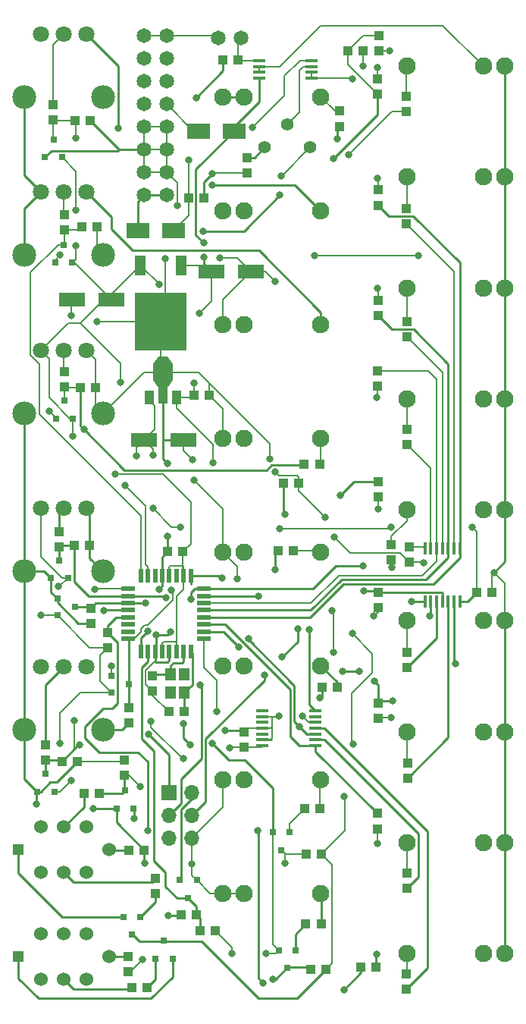
<source format=gtl>
G04 #@! TF.GenerationSoftware,KiCad,Pcbnew,(5.99.0-11177-g6c67dfa032)*
G04 #@! TF.CreationDate,2021-08-04T13:50:32-07:00*
G04 #@! TF.ProjectId,SCMv3,53434d76-332e-46b6-9963-61645f706362,rev?*
G04 #@! TF.SameCoordinates,Original*
G04 #@! TF.FileFunction,Copper,L1,Top*
G04 #@! TF.FilePolarity,Positive*
%FSLAX46Y46*%
G04 Gerber Fmt 4.6, Leading zero omitted, Abs format (unit mm)*
G04 Created by KiCad (PCBNEW (5.99.0-11177-g6c67dfa032)) date 2021-08-04 13:50:32*
%MOMM*%
%LPD*%
G01*
G04 APERTURE LIST*
G04 Aperture macros list*
%AMOutline4P*
0 Free polygon, 4 corners , with rotation*
0 The origin of the aperture is its center*
0 number of corners: always 4*
0 $1 to $8 corner X, Y*
0 $9 Rotation angle, in degrees counterclockwise*
0 create outline with 4 corners*
4,1,4,$1,$2,$3,$4,$5,$6,$7,$8,$1,$2,$9*%
G04 Aperture macros list end*
G04 #@! TA.AperFunction,SMDPad,CuDef*
%ADD10R,0.800100X0.800100*%
G04 #@! TD*
G04 #@! TA.AperFunction,SMDPad,CuDef*
%ADD11R,1.200000X2.200000*%
G04 #@! TD*
G04 #@! TA.AperFunction,SMDPad,CuDef*
%ADD12R,5.800000X6.400000*%
G04 #@! TD*
G04 #@! TA.AperFunction,SMDPad,CuDef*
%ADD13R,1.000000X1.000000*%
G04 #@! TD*
G04 #@! TA.AperFunction,ComponentPad*
%ADD14C,1.651000*%
G04 #@! TD*
G04 #@! TA.AperFunction,SMDPad,CuDef*
%ADD15R,1.150000X1.400000*%
G04 #@! TD*
G04 #@! TA.AperFunction,SMDPad,CuDef*
%ADD16R,2.499360X1.800860*%
G04 #@! TD*
G04 #@! TA.AperFunction,SMDPad,CuDef*
%ADD17R,1.450000X0.450000*%
G04 #@! TD*
G04 #@! TA.AperFunction,SMDPad,CuDef*
%ADD18R,0.450000X1.450000*%
G04 #@! TD*
G04 #@! TA.AperFunction,SMDPad,CuDef*
%ADD19R,3.000000X1.600000*%
G04 #@! TD*
G04 #@! TA.AperFunction,ComponentPad*
%ADD20C,1.397000*%
G04 #@! TD*
G04 #@! TA.AperFunction,ComponentPad*
%ADD21R,1.700000X1.700000*%
G04 #@! TD*
G04 #@! TA.AperFunction,ComponentPad*
%ADD22O,1.700000X1.700000*%
G04 #@! TD*
G04 #@! TA.AperFunction,SMDPad,CuDef*
%ADD23R,1.000000X1.500000*%
G04 #@! TD*
G04 #@! TA.AperFunction,SMDPad,CuDef*
%ADD24Outline4P,-1.100000X-0.500000X1.100000X-0.500000X0.400000X0.500000X-0.400000X0.500000X180.000000*%
G04 #@! TD*
G04 #@! TA.AperFunction,SMDPad,CuDef*
%ADD25Outline4P,-1.100000X-0.425000X1.100000X-0.425000X0.500000X0.425000X-0.500000X0.425000X0.000000*%
G04 #@! TD*
G04 #@! TA.AperFunction,SMDPad,CuDef*
%ADD26R,1.000000X1.800000*%
G04 #@! TD*
G04 #@! TA.AperFunction,SMDPad,CuDef*
%ADD27R,2.200000X1.840000*%
G04 #@! TD*
G04 #@! TA.AperFunction,SMDPad,CuDef*
%ADD28R,0.550000X1.600000*%
G04 #@! TD*
G04 #@! TA.AperFunction,SMDPad,CuDef*
%ADD29R,1.600000X0.550000*%
G04 #@! TD*
G04 #@! TA.AperFunction,ComponentPad*
%ADD30C,1.930400*%
G04 #@! TD*
G04 #@! TA.AperFunction,ComponentPad*
%ADD31C,1.524000*%
G04 #@! TD*
G04 #@! TA.AperFunction,ComponentPad*
%ADD32R,1.270000X1.270000*%
G04 #@! TD*
G04 #@! TA.AperFunction,ComponentPad*
%ADD33C,1.803400*%
G04 #@! TD*
G04 #@! TA.AperFunction,ComponentPad*
%ADD34C,2.667000*%
G04 #@! TD*
G04 #@! TA.AperFunction,ViaPad*
%ADD35C,0.800000*%
G04 #@! TD*
G04 #@! TA.AperFunction,Conductor*
%ADD36C,0.203200*%
G04 #@! TD*
G04 #@! TA.AperFunction,Conductor*
%ADD37C,0.250000*%
G04 #@! TD*
G04 APERTURE END LIST*
D10*
X33720000Y-104269240D03*
X31820000Y-104269240D03*
X32770000Y-106268220D03*
X18040000Y-105230760D03*
X19940000Y-105230760D03*
X18990000Y-103231780D03*
X33040000Y-91099240D03*
X31140000Y-91099240D03*
X32090000Y-93098220D03*
X16350000Y-100539240D03*
X14450000Y-100539240D03*
X15400000Y-102538220D03*
D11*
X20920000Y-27820000D03*
D12*
X18640000Y-34120000D03*
D11*
X16360000Y-27820000D03*
D13*
X42860000Y-39610000D03*
X42860000Y-41310000D03*
D14*
X16740000Y-2230000D03*
X19280000Y-2230000D03*
X16740000Y-4770000D03*
X19280000Y-4770000D03*
X16740000Y-7310000D03*
X19280000Y-7310000D03*
X16740000Y-9850000D03*
X19280000Y-9850000D03*
X16740000Y-12390000D03*
X19280000Y-12390000D03*
X16740000Y-14930000D03*
X19280000Y-14930000D03*
X16740000Y-17470000D03*
X19280000Y-17470000D03*
X16740000Y-20010000D03*
X19280000Y-20010000D03*
D13*
X53950000Y-64320000D03*
X55650000Y-64320000D03*
D15*
X21240000Y-75550000D03*
X19740000Y-73450000D03*
X21240000Y-73450000D03*
X19740000Y-75550000D03*
D13*
X46110000Y-35850000D03*
X46110000Y-34150000D03*
X46070000Y-108620000D03*
X46070000Y-106920000D03*
X7870000Y-22160000D03*
X7870000Y-23860000D03*
X28300000Y-15800000D03*
X28300000Y-17500000D03*
X17710000Y-73690000D03*
X17710000Y-75390000D03*
X22640000Y-100310000D03*
X20940000Y-100310000D03*
X46180000Y-85060000D03*
X46180000Y-83360000D03*
D10*
X6850000Y-27520760D03*
X8750000Y-27520760D03*
X7800000Y-25521780D03*
D13*
X33410000Y-59660000D03*
X31710000Y-59660000D03*
X42930000Y-21120000D03*
X42930000Y-19420000D03*
D10*
X22650000Y-96459240D03*
X20750000Y-96459240D03*
X21700000Y-98458220D03*
D13*
X7600000Y-83200000D03*
X9300000Y-83200000D03*
X46140000Y-72730000D03*
X46140000Y-71030000D03*
D16*
X16041020Y-23940000D03*
X20038980Y-23940000D03*
D17*
X35900000Y-81440000D03*
X35900000Y-80790000D03*
X35900000Y-80140000D03*
X35900000Y-79490000D03*
X35900000Y-78840000D03*
X35900000Y-78190000D03*
X35900000Y-77540000D03*
X30000000Y-77540000D03*
X30000000Y-78190000D03*
X30000000Y-78840000D03*
X30000000Y-79490000D03*
X30000000Y-80140000D03*
X30000000Y-80790000D03*
X30000000Y-81440000D03*
D13*
X40980000Y-106140000D03*
X42680000Y-106140000D03*
X21100000Y-59810000D03*
X19400000Y-59810000D03*
X21730000Y-20330000D03*
X23430000Y-20330000D03*
X42910000Y-33480000D03*
X42910000Y-31780000D03*
X34830000Y-101380000D03*
X36530000Y-101380000D03*
X9790000Y-23540000D03*
X11490000Y-23540000D03*
X5780000Y-81340000D03*
X5780000Y-83040000D03*
X11740000Y-86780000D03*
X10040000Y-86780000D03*
X34860000Y-93530000D03*
X36560000Y-93530000D03*
D10*
X13670000Y-88430760D03*
X15570000Y-88430760D03*
X14620000Y-86431780D03*
D13*
X27920000Y-81580000D03*
X27920000Y-79880000D03*
X46360000Y-59230000D03*
X46360000Y-60930000D03*
X44400000Y-60730000D03*
X44400000Y-59030000D03*
X21250000Y-77670000D03*
X19550000Y-77670000D03*
X12710000Y-68810000D03*
X12710000Y-70510000D03*
D18*
X52040000Y-59470000D03*
X51390000Y-59470000D03*
X50740000Y-59470000D03*
X50090000Y-59470000D03*
X49440000Y-59470000D03*
X48790000Y-59470000D03*
X48140000Y-59470000D03*
X48140000Y-65370000D03*
X48790000Y-65370000D03*
X49440000Y-65370000D03*
X50090000Y-65370000D03*
X50740000Y-65370000D03*
X51390000Y-65370000D03*
X52040000Y-65370000D03*
D13*
X9000000Y-59080000D03*
X10700000Y-59080000D03*
X9040000Y-11720000D03*
X10740000Y-11720000D03*
D19*
X16730000Y-47330000D03*
X21130000Y-47330000D03*
X13090000Y-31670000D03*
X8690000Y-31670000D03*
D13*
X39540000Y-3890000D03*
X41240000Y-3890000D03*
D20*
X30210000Y-14680000D03*
X32750000Y-12140000D03*
X35290000Y-14680000D03*
D21*
X19560000Y-86690000D03*
D22*
X22100000Y-86690000D03*
X19560000Y-89230000D03*
X22100000Y-89230000D03*
X19560000Y-91770000D03*
X22100000Y-91770000D03*
D13*
X17090000Y-108470000D03*
X15390000Y-108470000D03*
X34740000Y-88490000D03*
X36440000Y-88490000D03*
X7310000Y-57530000D03*
X7310000Y-59230000D03*
X38620000Y-10620000D03*
X38620000Y-12320000D03*
D17*
X35510000Y-6945000D03*
X35510000Y-6295000D03*
X35510000Y-5645000D03*
X35510000Y-4995000D03*
X29610000Y-4995000D03*
X29610000Y-5645000D03*
X29610000Y-6295000D03*
X29610000Y-6945000D03*
D13*
X42870000Y-8720000D03*
X42870000Y-7020000D03*
D10*
X5690000Y-15780760D03*
X7590000Y-15780760D03*
X6640000Y-13781780D03*
D13*
X7890000Y-39710000D03*
X7890000Y-41410000D03*
X42890000Y-64340000D03*
X42890000Y-66040000D03*
X42900000Y-52000000D03*
X42900000Y-53700000D03*
D23*
X17370000Y-42580000D03*
D24*
X18870000Y-41176200D03*
D25*
X18870000Y-38433000D03*
D26*
X18870000Y-42433500D03*
D27*
X18870000Y-39766500D03*
D23*
X20370000Y-42580000D03*
D13*
X46110000Y-97370000D03*
X46110000Y-95670000D03*
X16790000Y-93140000D03*
X15090000Y-93140000D03*
X27240000Y-4900000D03*
X25540000Y-4900000D03*
X42840000Y-89020000D03*
X42840000Y-90720000D03*
D16*
X26858980Y-12830000D03*
X22861020Y-12830000D03*
D19*
X24280000Y-28540000D03*
X28680000Y-28540000D03*
D10*
X6920000Y-44930760D03*
X8820000Y-44930760D03*
X7870000Y-42931780D03*
D13*
X6610000Y-9890000D03*
X6610000Y-11590000D03*
X42880000Y-76680000D03*
X42880000Y-78380000D03*
X15020000Y-106650000D03*
X15020000Y-104950000D03*
X14580000Y-84760000D03*
X14580000Y-83060000D03*
X9630000Y-41450000D03*
X11330000Y-41450000D03*
D10*
X13099240Y-73620000D03*
X13099240Y-75520000D03*
X15098220Y-74570000D03*
D13*
X35370000Y-106400000D03*
X37070000Y-106400000D03*
X46140000Y-47840000D03*
X46140000Y-46140000D03*
D14*
X27560000Y-2420000D03*
X25020000Y-2420000D03*
D10*
X7069240Y-65020000D03*
X7069240Y-66920000D03*
X9068220Y-65970000D03*
D13*
X38320000Y-74930000D03*
X36620000Y-74930000D03*
D10*
X4830000Y-86570760D03*
X6730000Y-86570760D03*
X5780000Y-84571780D03*
D13*
X46040000Y-8990000D03*
X46040000Y-10690000D03*
X46070000Y-23200000D03*
X46070000Y-21500000D03*
X10800000Y-66080000D03*
X10800000Y-67780000D03*
X22990000Y-102080000D03*
X24690000Y-102080000D03*
D28*
X16390000Y-70980000D03*
X17190000Y-70980000D03*
X17990000Y-70980000D03*
X18790000Y-70980000D03*
X19590000Y-70980000D03*
X20390000Y-70980000D03*
X21190000Y-70980000D03*
X21990000Y-70980000D03*
D29*
X23440000Y-69530000D03*
X23440000Y-68730000D03*
X23440000Y-67930000D03*
X23440000Y-67130000D03*
X23440000Y-66330000D03*
X23440000Y-65530000D03*
X23440000Y-64730000D03*
X23440000Y-63930000D03*
D28*
X21990000Y-62480000D03*
X21190000Y-62480000D03*
X20390000Y-62480000D03*
X19590000Y-62480000D03*
X18790000Y-62480000D03*
X17990000Y-62480000D03*
X17190000Y-62480000D03*
X16390000Y-62480000D03*
D29*
X14940000Y-63930000D03*
X14940000Y-64730000D03*
X14940000Y-65530000D03*
X14940000Y-66330000D03*
X14940000Y-67130000D03*
X14940000Y-67930000D03*
X14940000Y-68730000D03*
X14940000Y-69530000D03*
D13*
X18060000Y-97990000D03*
X18060000Y-96290000D03*
X15070000Y-77200000D03*
X15070000Y-78900000D03*
X36360000Y-50000000D03*
X34660000Y-50000000D03*
X22330000Y-42340000D03*
X24030000Y-42340000D03*
D10*
X6350000Y-62760760D03*
X8250000Y-62760760D03*
X7300000Y-60761780D03*
D13*
X42990000Y-2220000D03*
X42990000Y-3920000D03*
X32330000Y-52180000D03*
X34030000Y-52180000D03*
D30*
X46101000Y-17970500D03*
X57073800Y-17970500D03*
X54660800Y-17970500D03*
D31*
X5257800Y-90512900D03*
X7797800Y-90512900D03*
X10337800Y-90512900D03*
X5257800Y-95592900D03*
X7797800Y-95592900D03*
X10337800Y-95592900D03*
D32*
X2717800Y-93052900D03*
D31*
X12877800Y-93052900D03*
D30*
X36499800Y-9029700D03*
X25527000Y-9029700D03*
X27940000Y-9029700D03*
X36499800Y-34429700D03*
X25527000Y-34429700D03*
X27940000Y-34429700D03*
D33*
X5257963Y-37323457D03*
X7797963Y-37323457D03*
X10337963Y-37323457D03*
D34*
X3403763Y-44333857D03*
X12192163Y-44333857D03*
D30*
X46101000Y-30353000D03*
X57073800Y-30353000D03*
X54660800Y-30353000D03*
X46101000Y-42735500D03*
X57073800Y-42735500D03*
X54660800Y-42735500D03*
D33*
X5257963Y-19670457D03*
X7797963Y-19670457D03*
X10337963Y-19670457D03*
D34*
X3403763Y-26680857D03*
X12192163Y-26680857D03*
D33*
X5257963Y-72629457D03*
X7797963Y-72629457D03*
X10337963Y-72629457D03*
D34*
X3403763Y-79639857D03*
X12192163Y-79639857D03*
D30*
X46101000Y-104648000D03*
X57073800Y-104648000D03*
X54660800Y-104648000D03*
X36499800Y-72529700D03*
X25527000Y-72529700D03*
X27940000Y-72529700D03*
X36499800Y-97929700D03*
X25527000Y-97929700D03*
X27940000Y-97929700D03*
D31*
X5257800Y-102450900D03*
X7797800Y-102450900D03*
X10337800Y-102450900D03*
X5257800Y-107530900D03*
X7797800Y-107530900D03*
X10337800Y-107530900D03*
D32*
X2717800Y-104990900D03*
D31*
X12877800Y-104990900D03*
D30*
X46101000Y-5588000D03*
X57073800Y-5588000D03*
X54660800Y-5588000D03*
X36499800Y-59829700D03*
X25527000Y-59829700D03*
X27940000Y-59829700D03*
X46101000Y-92265500D03*
X57073800Y-92265500D03*
X54660800Y-92265500D03*
X46101000Y-67500500D03*
X57073800Y-67500500D03*
X54660800Y-67500500D03*
X36499800Y-47129700D03*
X25527000Y-47129700D03*
X27940000Y-47129700D03*
X36499800Y-85229700D03*
X25527000Y-85229700D03*
X27940000Y-85229700D03*
D33*
X5257963Y-54976457D03*
X7797963Y-54976457D03*
X10337963Y-54976457D03*
D34*
X3403763Y-61986857D03*
X12192163Y-61986857D03*
D33*
X5257963Y-2017457D03*
X7797963Y-2017457D03*
X10337963Y-2017457D03*
D34*
X3403763Y-9027857D03*
X12192163Y-9027857D03*
D30*
X46101000Y-79883000D03*
X57073800Y-79883000D03*
X54660800Y-79883000D03*
X46101000Y-55118000D03*
X57073800Y-55118000D03*
X54660800Y-55118000D03*
X36499800Y-21729700D03*
X25527000Y-21729700D03*
X27940000Y-21729700D03*
D35*
X30805275Y-49444918D03*
X11490000Y-34120000D03*
X19400000Y-58060000D03*
X37970000Y-58140000D03*
X35820000Y-26750000D03*
X11110000Y-88430000D03*
X25190000Y-27010000D03*
X22340000Y-51840000D03*
X31370000Y-29610000D03*
X47400000Y-26730000D03*
X8670000Y-33420000D03*
X21190000Y-79020000D03*
X26590000Y-104640000D03*
X19120000Y-27070000D03*
X31380000Y-50870000D03*
X27140000Y-62780000D03*
X21950000Y-81330000D03*
X13099299Y-72560000D03*
X24390000Y-17600000D03*
X37010000Y-55970000D03*
X24370000Y-81170000D03*
X16800000Y-94600000D03*
X25830000Y-79710000D03*
X18420000Y-63990000D03*
X31790000Y-78160000D03*
X48020000Y-61020000D03*
X7399143Y-26680857D03*
X34430000Y-78140000D03*
X22570000Y-9100000D03*
X18070000Y-69080000D03*
X22160000Y-49530000D03*
X19380000Y-49940000D03*
X4750000Y-87940000D03*
X20460000Y-21190000D03*
X16570000Y-105320000D03*
X6160000Y-44070000D03*
X22100000Y-94670000D03*
X30420000Y-104670000D03*
X55840000Y-62100000D03*
X19680000Y-68780000D03*
X9120000Y-25650000D03*
X8600000Y-85360000D03*
X5257963Y-66912037D03*
X7220000Y-63700000D03*
X13580000Y-51130000D03*
X15630000Y-89600000D03*
X32070000Y-17820000D03*
X14110000Y-40930000D03*
X18418900Y-30000000D03*
X9140000Y-21700000D03*
X8840000Y-46870000D03*
X7380000Y-81160000D03*
X19480000Y-100370000D03*
X13870000Y-12520000D03*
X24410011Y-18859989D03*
X32521100Y-94560000D03*
X31170000Y-107510000D03*
X39620000Y-15510000D03*
X19830000Y-64090000D03*
X24920000Y-77610000D03*
X16295500Y-86028336D03*
X9170000Y-13610000D03*
X14600000Y-52400000D03*
X12240000Y-66380000D03*
X10040000Y-46180000D03*
X31950000Y-19980000D03*
X16960000Y-65540000D03*
X38340000Y-13670000D03*
X23340000Y-24020000D03*
X31370000Y-61840000D03*
X19180000Y-64950000D03*
X9560000Y-81340000D03*
X11270000Y-63990000D03*
X36430000Y-76150000D03*
X8960000Y-78650000D03*
X31920000Y-57210000D03*
X17740000Y-54960000D03*
X21160000Y-82900000D03*
X26340000Y-81710000D03*
X15910000Y-49080000D03*
X17520000Y-78750000D03*
X17740000Y-49000000D03*
X20802201Y-57050000D03*
X53420000Y-57050000D03*
X44350000Y-57090000D03*
X23420000Y-25320000D03*
X37790000Y-66340000D03*
X23420000Y-26930000D03*
X24420000Y-49850000D03*
X37960000Y-71000000D03*
X22330000Y-40970000D03*
X22940000Y-33170000D03*
X39080000Y-87130000D03*
X21760000Y-16050000D03*
X28890000Y-12420000D03*
X44430000Y-61530000D03*
X46620000Y-65390000D03*
X48715500Y-66990000D03*
X38700000Y-53540000D03*
X33945000Y-68415000D03*
X32190000Y-71570000D03*
X30220000Y-73590000D03*
X29560000Y-64750000D03*
X27320000Y-70440000D03*
X30080000Y-107910000D03*
X39090000Y-108670000D03*
X28406979Y-69467781D03*
X29460000Y-90910000D03*
X34147500Y-79362500D03*
X17284010Y-80200000D03*
X41270000Y-64180000D03*
X21997125Y-65107474D03*
X41260000Y-61360000D03*
X25480000Y-62730000D03*
X23050000Y-74640000D03*
X51560000Y-72310000D03*
X44520000Y-76470000D03*
X40810000Y-73140000D03*
X42510000Y-74270000D03*
X38960000Y-73120000D03*
X40020000Y-6990000D03*
X40000000Y-68930000D03*
X40121100Y-81290000D03*
X42740000Y-104720000D03*
X42870000Y-92330000D03*
X44320000Y-78350000D03*
X42437701Y-66967701D03*
X42880000Y-55000000D03*
X42790000Y-42620000D03*
X42810000Y-30380000D03*
X42810000Y-18080000D03*
X44230000Y-3920000D03*
X42840000Y-5760000D03*
X41230000Y-5600000D03*
X17159631Y-68667405D03*
X37960000Y-15920000D03*
X17150000Y-90910000D03*
X32540000Y-55640000D03*
X35200000Y-68490000D03*
D36*
X25527000Y-55027000D02*
X22340000Y-51840000D01*
D37*
X19380000Y-69080000D02*
X19680000Y-68780000D01*
X6980000Y-85520000D02*
X9300000Y-83200000D01*
D36*
X55650000Y-62290000D02*
X55650000Y-64320000D01*
D37*
X27750000Y-79710000D02*
X27920000Y-79880000D01*
X18070000Y-69080000D02*
X19380000Y-69080000D01*
X3403763Y-61986857D02*
X3403763Y-79639857D01*
D36*
X6920000Y-44930760D02*
X6920000Y-44830000D01*
X16759520Y-39766500D02*
X12192163Y-44333857D01*
D37*
X5690000Y-15780760D02*
X6414561Y-15056199D01*
X5257963Y-19670457D02*
X3403763Y-21524657D01*
X57073800Y-104648000D02*
X57073800Y-92265500D01*
X5230142Y-86570760D02*
X6280902Y-85520000D01*
D36*
X11490000Y-23540000D02*
X11490000Y-25978694D01*
X30300000Y-28540000D02*
X31370000Y-29610000D01*
D37*
X9429098Y-67780000D02*
X10800000Y-67780000D01*
X18790000Y-63620000D02*
X18420000Y-63990000D01*
D36*
X31760000Y-78190000D02*
X31790000Y-78160000D01*
X24030000Y-40960000D02*
X30805275Y-47735275D01*
D37*
X16790000Y-93140000D02*
X16790000Y-94590000D01*
D36*
X21130000Y-48500000D02*
X21130000Y-47330000D01*
X25217300Y-34120000D02*
X25527000Y-34429700D01*
D37*
X6414561Y-15056199D02*
X13823801Y-15056199D01*
D36*
X19550000Y-77670000D02*
X17710000Y-75830000D01*
D37*
X5257963Y-19670457D02*
X3403763Y-17816257D01*
X25830000Y-79710000D02*
X27750000Y-79710000D01*
D36*
X18640000Y-34120000D02*
X18640000Y-39536500D01*
D37*
X25540000Y-6130000D02*
X22570000Y-9100000D01*
D36*
X28310000Y-79490000D02*
X30000000Y-79490000D01*
X31090000Y-80628200D02*
X31090000Y-79328200D01*
X11330000Y-43471694D02*
X12192163Y-44333857D01*
X11330000Y-38315494D02*
X11330000Y-41450000D01*
X24120460Y-97929700D02*
X22650000Y-96459240D01*
D37*
X18070000Y-70900000D02*
X17990000Y-70980000D01*
D36*
X25527000Y-31693000D02*
X28680000Y-28540000D01*
X6850000Y-27520760D02*
X6850000Y-27230000D01*
X47400000Y-26730000D02*
X35840000Y-26730000D01*
X18640000Y-34120000D02*
X19120000Y-33640000D01*
X17710000Y-75830000D02*
X17710000Y-75390000D01*
D37*
X30949022Y-80790000D02*
X30000000Y-80790000D01*
X12192163Y-79639857D02*
X14330143Y-79639857D01*
D36*
X22836500Y-39766500D02*
X18870000Y-39766500D01*
D37*
X26260000Y-83060000D02*
X24370000Y-81170000D01*
D36*
X28680000Y-28540000D02*
X27150000Y-27010000D01*
D37*
X3403763Y-61986857D02*
X5576097Y-61986857D01*
D36*
X20460000Y-21190000D02*
X20460000Y-18650000D01*
D37*
X5576097Y-61986857D02*
X6350000Y-62760760D01*
D36*
X24690000Y-102080000D02*
X26590000Y-103980000D01*
D37*
X3403763Y-79639857D02*
X3403763Y-85144523D01*
X46490000Y-61060000D02*
X46360000Y-60930000D01*
D36*
X31140000Y-103652500D02*
X31140000Y-91162500D01*
X25527000Y-97929700D02*
X27940000Y-97929700D01*
X34430000Y-78140000D02*
X35130000Y-78840000D01*
X27920000Y-79880000D02*
X28310000Y-79490000D01*
D37*
X3403763Y-21524657D02*
X3403763Y-26680857D01*
D36*
X34030000Y-51476800D02*
X33863200Y-51310000D01*
X16740000Y-17470000D02*
X19280000Y-17470000D01*
X14440000Y-83200000D02*
X14580000Y-83060000D01*
X25527000Y-34429700D02*
X25527000Y-31693000D01*
X16740000Y-14930000D02*
X16740000Y-17470000D01*
D37*
X10700000Y-55338494D02*
X10337963Y-54976457D01*
D36*
X6850000Y-27230000D02*
X7399143Y-26680857D01*
X31820000Y-51310000D02*
X31380000Y-50870000D01*
X22100000Y-91770000D02*
X22100000Y-94670000D01*
D37*
X7069240Y-65420142D02*
X9429098Y-67780000D01*
X19400000Y-59810000D02*
X18790000Y-60420000D01*
D36*
X11490000Y-25978694D02*
X12192163Y-26680857D01*
D37*
X31140000Y-86160000D02*
X28040000Y-83060000D01*
D36*
X18870000Y-39766500D02*
X16759520Y-39766500D01*
X19280000Y-17470000D02*
X19280000Y-14930000D01*
D37*
X31140000Y-91162500D02*
X31140000Y-86160000D01*
X57073800Y-55118000D02*
X57073800Y-60866200D01*
X25540000Y-9016700D02*
X25527000Y-9029700D01*
D36*
X19120000Y-33640000D02*
X19120000Y-27070000D01*
D37*
X16790000Y-93140000D02*
X13670000Y-90020000D01*
D36*
X31820000Y-104332500D02*
X31140000Y-103652500D01*
X31090000Y-79328200D02*
X30928200Y-79490000D01*
X16908889Y-73061111D02*
X17940000Y-72030000D01*
X25527000Y-59829700D02*
X25527000Y-55027000D01*
D37*
X6280902Y-85520000D02*
X6980000Y-85520000D01*
X19590000Y-71904022D02*
X19590000Y-70980000D01*
X23430000Y-18560000D02*
X24390000Y-17600000D01*
D36*
X24030000Y-40960000D02*
X22836500Y-39766500D01*
X30000000Y-78190000D02*
X30928200Y-78190000D01*
D37*
X19380000Y-49940000D02*
X18870000Y-49430000D01*
X18790000Y-62480000D02*
X18790000Y-63620000D01*
X4750000Y-87940000D02*
X4750000Y-86650760D01*
X23430000Y-20330000D02*
X23430000Y-18560000D01*
D36*
X35840000Y-26730000D02*
X35820000Y-26750000D01*
X28300000Y-17500000D02*
X24490000Y-17500000D01*
D37*
X18870000Y-49430000D02*
X18870000Y-47330000D01*
X7069240Y-65020000D02*
X7069240Y-65420142D01*
D36*
X30805275Y-47735275D02*
X30805275Y-49444918D01*
D37*
X19389511Y-72104511D02*
X19590000Y-71904022D01*
X12192163Y-61986857D02*
X10700000Y-60494694D01*
X3403763Y-44333857D02*
X3403763Y-61986857D01*
D36*
X30928200Y-78190000D02*
X31090000Y-78351800D01*
X34030000Y-52990000D02*
X37010000Y-55970000D01*
D37*
X13670000Y-88430760D02*
X11110760Y-88430760D01*
X21190000Y-79020000D02*
X21190000Y-80570000D01*
D36*
X55840000Y-62100000D02*
X57073800Y-63333800D01*
D37*
X6350000Y-64300760D02*
X7069240Y-65020000D01*
D36*
X16570000Y-105320000D02*
X15240000Y-106650000D01*
X9300000Y-83200000D02*
X14440000Y-83200000D01*
X25527000Y-59829700D02*
X27140000Y-61442700D01*
X25527000Y-97929700D02*
X24120460Y-97929700D01*
D37*
X16790000Y-94590000D02*
X16800000Y-94600000D01*
D36*
X25326700Y-47330000D02*
X25527000Y-47129700D01*
D37*
X18790000Y-60420000D02*
X18790000Y-62480000D01*
D36*
X22100000Y-91770000D02*
X25527000Y-88343000D01*
X30928200Y-79490000D02*
X30000000Y-79490000D01*
D37*
X10740000Y-11720000D02*
X13950000Y-14930000D01*
D36*
X37970000Y-58140000D02*
X39758889Y-59928889D01*
X26590000Y-103980000D02*
X26590000Y-104640000D01*
X30420000Y-104670000D02*
X31482500Y-104670000D01*
D37*
X5690000Y-19238420D02*
X5257963Y-19670457D01*
X17990000Y-70980000D02*
X17990000Y-72030000D01*
D36*
X27150000Y-27010000D02*
X25190000Y-27010000D01*
D37*
X10700000Y-59080000D02*
X10700000Y-55338494D01*
D36*
X11330000Y-41450000D02*
X11330000Y-43471694D01*
X25527000Y-43837000D02*
X24030000Y-42340000D01*
X31090000Y-78351800D02*
X31090000Y-79328200D01*
X20460000Y-18650000D02*
X19280000Y-17470000D01*
X27140000Y-61442700D02*
X27140000Y-62780000D01*
D37*
X4750000Y-86650760D02*
X4830000Y-86570760D01*
D36*
X6920000Y-44830000D02*
X6160000Y-44070000D01*
X8670000Y-33420000D02*
X8670000Y-31690000D01*
X34030000Y-52180000D02*
X34030000Y-52990000D01*
X16908889Y-74588889D02*
X16908889Y-73061111D01*
D37*
X4830000Y-86570760D02*
X5230142Y-86570760D01*
D36*
X17940000Y-72030000D02*
X17990000Y-72030000D01*
X22100000Y-94670000D02*
X22100000Y-95909240D01*
D37*
X14330143Y-79639857D02*
X15070000Y-78900000D01*
D36*
X30000000Y-78190000D02*
X31760000Y-78190000D01*
X46360000Y-60930000D02*
X47930000Y-60930000D01*
D37*
X13823801Y-15056199D02*
X13950000Y-14930000D01*
X21130000Y-47330000D02*
X18870000Y-47330000D01*
D36*
X17710000Y-75390000D02*
X16908889Y-74588889D01*
D37*
X21190000Y-80570000D02*
X21950000Y-81330000D01*
D36*
X33863200Y-51310000D02*
X31820000Y-51310000D01*
D37*
X13670000Y-90020000D02*
X13670000Y-88430760D01*
X6350000Y-62760760D02*
X6350000Y-64300760D01*
D36*
X34030000Y-52180000D02*
X34030000Y-51476800D01*
D37*
X57073800Y-60866200D02*
X55840000Y-62100000D01*
D36*
X30000000Y-80790000D02*
X30928200Y-80790000D01*
X39758889Y-59928889D02*
X45358889Y-59928889D01*
X35130000Y-78840000D02*
X35900000Y-78840000D01*
X31482500Y-104670000D02*
X31820000Y-104332500D01*
X30928200Y-80790000D02*
X31090000Y-80628200D01*
D37*
X57073800Y-92265500D02*
X57073800Y-79883000D01*
D36*
X10337963Y-37323457D02*
X11330000Y-38315494D01*
X19280000Y-14930000D02*
X19280000Y-12390000D01*
D37*
X57073800Y-30353000D02*
X57073800Y-42735500D01*
D36*
X22160000Y-49530000D02*
X21130000Y-48500000D01*
X16740000Y-12390000D02*
X19280000Y-12390000D01*
X8670000Y-31690000D02*
X8690000Y-31670000D01*
D37*
X57073800Y-67500500D02*
X57073800Y-79883000D01*
D36*
X25527000Y-47129700D02*
X25527000Y-43837000D01*
D37*
X10700000Y-60494694D02*
X10700000Y-59080000D01*
X18064511Y-72104511D02*
X19389511Y-72104511D01*
X57073800Y-5588000D02*
X57073800Y-17970500D01*
D36*
X34130000Y-52280000D02*
X34030000Y-52180000D01*
X13099240Y-73620000D02*
X13099240Y-72560061D01*
D37*
X18070000Y-69080000D02*
X18070000Y-70900000D01*
D36*
X18640000Y-34120000D02*
X11490000Y-34120000D01*
D37*
X57073800Y-17970500D02*
X57073800Y-30353000D01*
X18870000Y-47330000D02*
X18870000Y-42433500D01*
D36*
X13099240Y-72560061D02*
X13099301Y-72560000D01*
X16740000Y-12390000D02*
X16740000Y-14930000D01*
D37*
X13950000Y-14930000D02*
X16740000Y-14930000D01*
D36*
X57073800Y-63333800D02*
X57073800Y-67500500D01*
X55840000Y-62100000D02*
X55650000Y-62290000D01*
D37*
X17990000Y-72030000D02*
X18064511Y-72104511D01*
X11110760Y-88430760D02*
X11110000Y-88430000D01*
X19400000Y-59810000D02*
X19400000Y-58060000D01*
D36*
X24030000Y-42340000D02*
X24030000Y-40960000D01*
X47930000Y-60930000D02*
X48020000Y-61020000D01*
X22100000Y-95909240D02*
X22650000Y-96459240D01*
X45358889Y-59928889D02*
X46360000Y-60930000D01*
X16740000Y-14930000D02*
X19280000Y-14930000D01*
D37*
X3403763Y-17816257D02*
X3403763Y-9027857D01*
D36*
X28680000Y-28540000D02*
X30300000Y-28540000D01*
D37*
X25540000Y-4900000D02*
X25540000Y-6130000D01*
D36*
X25527000Y-88343000D02*
X25527000Y-85229700D01*
X15240000Y-106650000D02*
X15020000Y-106650000D01*
D37*
X3403763Y-85144523D02*
X4830000Y-86570760D01*
X25527000Y-9029700D02*
X27940000Y-9029700D01*
D36*
X24490000Y-17500000D02*
X24390000Y-17600000D01*
D37*
X57073800Y-55118000D02*
X57073800Y-42735500D01*
D36*
X18640000Y-39536500D02*
X18870000Y-39766500D01*
D37*
X28040000Y-83060000D02*
X26260000Y-83060000D01*
D36*
X12260000Y-31670000D02*
X13090000Y-31670000D01*
X9670000Y-75520000D02*
X7380000Y-77810000D01*
X9650000Y-34280000D02*
X14110000Y-38740000D01*
X8820000Y-44930760D02*
X8820000Y-46850000D01*
D37*
X20750000Y-96459240D02*
X20900000Y-96309240D01*
D36*
X5257963Y-37323457D02*
X6159663Y-38225157D01*
X7646750Y-62760760D02*
X8250000Y-62760760D01*
X20390000Y-64761508D02*
X21190000Y-63961508D01*
X8301420Y-34280000D02*
X9650000Y-34280000D01*
X12710000Y-70510000D02*
X10659240Y-70510000D01*
X21190000Y-63961508D02*
X21190000Y-62480000D01*
X13090000Y-31090000D02*
X13090000Y-31670000D01*
X5265926Y-66920000D02*
X5257963Y-66912037D01*
X7069240Y-66920000D02*
X5265926Y-66920000D01*
X35290000Y-14680000D02*
X32150000Y-17820000D01*
X7590000Y-15780760D02*
X9135152Y-17325912D01*
X12710000Y-70510000D02*
X11840000Y-71380000D01*
D37*
X20900000Y-88540000D02*
X22100000Y-87340000D01*
D36*
X18790000Y-70980000D02*
X18790000Y-69976800D01*
X20390000Y-69976800D02*
X20390000Y-70980000D01*
X5257963Y-37323457D02*
X8301420Y-34280000D01*
X9120000Y-27150760D02*
X8750000Y-27520760D01*
X18916800Y-69850000D02*
X20263200Y-69850000D01*
X9650000Y-34280000D02*
X12260000Y-31670000D01*
X13099240Y-75520000D02*
X9670000Y-75520000D01*
X6730000Y-86570760D02*
X7389240Y-86570760D01*
X21100000Y-62390000D02*
X21190000Y-62480000D01*
X22000000Y-58910000D02*
X21100000Y-59810000D01*
X18870000Y-51130000D02*
X22000000Y-54260000D01*
X22000000Y-54260000D02*
X22000000Y-58910000D01*
X6159663Y-42623765D02*
X8466658Y-44930760D01*
X8466658Y-44930760D02*
X8820000Y-44930760D01*
X16360000Y-27820000D02*
X18418900Y-29878900D01*
X5257963Y-60371973D02*
X7646750Y-62760760D01*
X8940760Y-27520760D02*
X13090000Y-31670000D01*
X19590000Y-61476800D02*
X19687911Y-61378889D01*
X7310760Y-63700000D02*
X8250000Y-62760760D01*
D37*
X20900000Y-96309240D02*
X20900000Y-88540000D01*
D36*
X18418900Y-29878900D02*
X18418900Y-30000000D01*
X9135152Y-17325912D02*
X9135152Y-21695152D01*
X20390000Y-70980000D02*
X20390000Y-64761508D01*
X32150000Y-17820000D02*
X32070000Y-17820000D01*
X21190000Y-61430000D02*
X21190000Y-62480000D01*
X11840000Y-71380000D02*
X11840000Y-74260760D01*
X9135152Y-21695152D02*
X9140000Y-21700000D01*
X19590000Y-62480000D02*
X19590000Y-61476800D01*
X9120000Y-25650000D02*
X9120000Y-27150760D01*
X19687911Y-61378889D02*
X21138889Y-61378889D01*
X11840000Y-74260760D02*
X13099240Y-75520000D01*
D37*
X15630000Y-89600000D02*
X15630000Y-88490760D01*
X22100000Y-87340000D02*
X22100000Y-86690000D01*
D36*
X14110000Y-38740000D02*
X14110000Y-40930000D01*
X21138889Y-61378889D02*
X21190000Y-61430000D01*
X20263200Y-69850000D02*
X20390000Y-69976800D01*
X6159663Y-38225157D02*
X6159663Y-42623765D01*
X8820000Y-46850000D02*
X8840000Y-46870000D01*
X7389240Y-86570760D02*
X8600000Y-85360000D01*
X5257963Y-54976457D02*
X5257963Y-60371973D01*
X21100000Y-59810000D02*
X21100000Y-62390000D01*
X7380000Y-77810000D02*
X7380000Y-81160000D01*
X18790000Y-69976800D02*
X18916800Y-69850000D01*
X10659240Y-70510000D02*
X7069240Y-66920000D01*
X8750000Y-27520760D02*
X8940760Y-27520760D01*
X13580000Y-51130000D02*
X18870000Y-51130000D01*
X7220000Y-63700000D02*
X7310760Y-63700000D01*
X16360000Y-27820000D02*
X13090000Y-31090000D01*
D37*
X15630000Y-88490760D02*
X15570000Y-88430760D01*
D36*
X44400000Y-58100000D02*
X44400000Y-59030000D01*
X46101000Y-55118000D02*
X46101000Y-56399000D01*
X46101000Y-56399000D02*
X44400000Y-58100000D01*
D37*
X10040000Y-88270700D02*
X7797800Y-90512900D01*
X10040000Y-86780000D02*
X10040000Y-88270700D01*
X12964900Y-93140000D02*
X12877800Y-93052900D01*
X15090000Y-93140000D02*
X12964900Y-93140000D01*
X2717800Y-95677800D02*
X2717800Y-93052900D01*
X14450000Y-100602500D02*
X7642500Y-100602500D01*
X7642500Y-100602500D02*
X2717800Y-95677800D01*
X20880000Y-100370000D02*
X20940000Y-100310000D01*
X19480000Y-100370000D02*
X20880000Y-100370000D01*
X15020000Y-104950000D02*
X12918700Y-104950000D01*
X12918700Y-104950000D02*
X12877800Y-104990900D01*
X17539022Y-109670000D02*
X4990000Y-109670000D01*
X2717800Y-107397800D02*
X2717800Y-104990900D01*
X4990000Y-109670000D02*
X2717800Y-107397800D01*
X19940000Y-105167500D02*
X19940000Y-107269022D01*
X19940000Y-107269022D02*
X17539022Y-109670000D01*
X38320000Y-74930000D02*
X38320000Y-74349900D01*
X38320000Y-74349900D02*
X36499800Y-72529700D01*
D36*
X38620000Y-10620000D02*
X38090100Y-10620000D01*
X38090100Y-10620000D02*
X36499800Y-9029700D01*
D37*
X13870000Y-5549494D02*
X10337963Y-2017457D01*
X36499800Y-21729700D02*
X33630089Y-18859989D01*
X33630089Y-18859989D02*
X24410011Y-18859989D01*
X13870000Y-12520000D02*
X13870000Y-5549494D01*
D36*
X36499800Y-47129700D02*
X36499800Y-49860200D01*
X36499800Y-49860200D02*
X36360000Y-50000000D01*
X33410000Y-59660000D02*
X36330100Y-59660000D01*
X36330100Y-59660000D02*
X36499800Y-59829700D01*
D37*
X36499800Y-33064702D02*
X29595098Y-26160000D01*
X13120000Y-22452494D02*
X10337963Y-19670457D01*
X29595098Y-26160000D02*
X15461888Y-26160000D01*
X36499800Y-34429700D02*
X36499800Y-33064702D01*
X13120000Y-23818112D02*
X13120000Y-22452494D01*
X15461888Y-26160000D02*
X13120000Y-23818112D01*
X5780000Y-74647420D02*
X7797963Y-72629457D01*
X5780000Y-81340000D02*
X5780000Y-74647420D01*
D36*
X6610000Y-3205420D02*
X7797963Y-2017457D01*
X6610000Y-9890000D02*
X6610000Y-3205420D01*
X7797963Y-39617963D02*
X7890000Y-39710000D01*
X7797963Y-37323457D02*
X7797963Y-39617963D01*
D37*
X7310000Y-57530000D02*
X7310000Y-55464420D01*
X7310000Y-55464420D02*
X7797963Y-54976457D01*
D36*
X7797963Y-19670457D02*
X7797963Y-22087963D01*
X7797963Y-22087963D02*
X7870000Y-22160000D01*
X32090000Y-93037500D02*
X32521100Y-93468600D01*
X32521100Y-93468600D02*
X32521100Y-94560000D01*
X32090000Y-93037500D02*
X32582500Y-93530000D01*
X32582500Y-93530000D02*
X34860000Y-93530000D01*
D37*
X17670589Y-96679411D02*
X18060000Y-96290000D01*
X7797800Y-95592900D02*
X8884311Y-96679411D01*
X8884311Y-96679411D02*
X17670589Y-96679411D01*
D36*
X36440000Y-85289500D02*
X36499800Y-85229700D01*
X36440000Y-88490000D02*
X36440000Y-85289500D01*
D37*
X32770000Y-106207500D02*
X35177500Y-106207500D01*
X31467500Y-107510000D02*
X32770000Y-106207500D01*
X35177500Y-106207500D02*
X35370000Y-106400000D01*
X31170000Y-107510000D02*
X31467500Y-107510000D01*
X15242589Y-108617411D02*
X8884311Y-108617411D01*
X15390000Y-108470000D02*
X15242589Y-108617411D01*
X8884311Y-108617411D02*
X7797800Y-107530900D01*
X36530000Y-101380000D02*
X36530000Y-97959900D01*
X36530000Y-97959900D02*
X36499800Y-97929700D01*
X15070000Y-74598220D02*
X15098220Y-74570000D01*
D36*
X39620000Y-15510000D02*
X44440000Y-10690000D01*
X16458530Y-68765894D02*
X16458530Y-68376998D01*
X44440000Y-10690000D02*
X46040000Y-10690000D01*
D37*
X15098220Y-74570000D02*
X15098220Y-69688220D01*
D36*
X19987289Y-65158601D02*
X19987289Y-64247289D01*
D37*
X15070000Y-77200000D02*
X15070000Y-74598220D01*
D36*
X16458530Y-68376998D02*
X16869224Y-67966304D01*
X16869224Y-67966304D02*
X17179586Y-67966304D01*
X15694424Y-69530000D02*
X16458530Y-68765894D01*
X17179586Y-67966304D02*
X19987289Y-65158601D01*
X19987289Y-64247289D02*
X19830000Y-64090000D01*
X14940000Y-69530000D02*
X15694424Y-69530000D01*
X14580000Y-84760000D02*
X14680011Y-84659989D01*
D37*
X14580000Y-84760000D02*
X14580000Y-86391780D01*
D36*
X24920000Y-74190000D02*
X24920000Y-77610000D01*
X23440000Y-72710000D02*
X24920000Y-74190000D01*
X14680011Y-84659989D02*
X14680011Y-84647791D01*
D37*
X14271780Y-86780000D02*
X14620000Y-86431780D01*
X14580000Y-86391780D02*
X14620000Y-86431780D01*
D36*
X15027156Y-84760000D02*
X16295500Y-86028344D01*
X14580000Y-84760000D02*
X15027156Y-84760000D01*
D37*
X11740000Y-86780000D02*
X14271780Y-86780000D01*
D36*
X23440000Y-69530000D02*
X23440000Y-72710000D01*
X9040000Y-11720000D02*
X6740000Y-11720000D01*
X9170000Y-11850000D02*
X9040000Y-11720000D01*
X16910000Y-61196800D02*
X16910000Y-54710000D01*
X16910000Y-54710000D02*
X14600000Y-52400000D01*
X9170000Y-13610000D02*
X9170000Y-11850000D01*
X17190000Y-61476800D02*
X16910000Y-61196800D01*
X6740000Y-11720000D02*
X6610000Y-11590000D01*
X17190000Y-62480000D02*
X17190000Y-61476800D01*
X6610000Y-11590000D02*
X6610000Y-13751780D01*
D37*
X21250000Y-77670000D02*
X21250000Y-75560000D01*
X21240000Y-75550000D02*
X22139511Y-74650489D01*
X22139511Y-71129511D02*
X21990000Y-70980000D01*
X22139511Y-74650489D02*
X22139511Y-71129511D01*
X21250000Y-75560000D02*
X21240000Y-75550000D01*
X19740000Y-72500000D02*
X19740000Y-73450000D01*
X20050000Y-72190000D02*
X19740000Y-72500000D01*
X21190000Y-70980000D02*
X21190000Y-72030000D01*
X21030000Y-72190000D02*
X20050000Y-72190000D01*
X17950000Y-73450000D02*
X19740000Y-73450000D01*
X17710000Y-73690000D02*
X17950000Y-73450000D01*
X21190000Y-72030000D02*
X21030000Y-72190000D01*
D36*
X7178220Y-25521780D02*
X7800000Y-25521780D01*
X4055152Y-28644848D02*
X7178220Y-25521780D01*
X7870000Y-25451780D02*
X7800000Y-25521780D01*
X9470000Y-23860000D02*
X9790000Y-23540000D01*
X16390000Y-62480000D02*
X16390000Y-55790000D01*
X7870000Y-23860000D02*
X7870000Y-25451780D01*
X7870000Y-23860000D02*
X9470000Y-23860000D01*
X5038374Y-38838374D02*
X4055152Y-37855152D01*
X5038374Y-44438374D02*
X5038374Y-38838374D01*
X4055152Y-37855152D02*
X4055152Y-28644848D01*
X16390000Y-55790000D02*
X5038374Y-44438374D01*
D37*
X17190000Y-72030000D02*
X17190000Y-70980000D01*
X22990000Y-100660000D02*
X22640000Y-100310000D01*
X22640000Y-100310000D02*
X22640000Y-99398220D01*
X16482779Y-72737221D02*
X17190000Y-72030000D01*
X19170000Y-95600000D02*
X17874501Y-94304501D01*
X17874501Y-82074501D02*
X16482779Y-80682779D01*
X21700000Y-98458220D02*
X20468220Y-98458220D01*
X19170000Y-97160000D02*
X19170000Y-95600000D01*
X16482779Y-80682779D02*
X16482779Y-72737221D01*
X22990000Y-102080000D02*
X22990000Y-100660000D01*
X22640000Y-99398220D02*
X21700000Y-98458220D01*
X20468220Y-98458220D02*
X19170000Y-97160000D01*
X17874501Y-94304501D02*
X17874501Y-82074501D01*
X10040000Y-46180000D02*
X9630000Y-45770000D01*
D36*
X9630000Y-41450000D02*
X7930000Y-41450000D01*
D37*
X34514501Y-50145499D02*
X34660000Y-50000000D01*
X12290000Y-66330000D02*
X12240000Y-66380000D01*
X30465400Y-50670000D02*
X30989901Y-50145499D01*
D36*
X7890000Y-42911780D02*
X7870000Y-42931780D01*
D37*
X14530000Y-50670000D02*
X30465400Y-50670000D01*
X30989901Y-50145499D02*
X34514501Y-50145499D01*
X9630000Y-45770000D02*
X9630000Y-41450000D01*
D36*
X7930000Y-41450000D02*
X7890000Y-41410000D01*
X7890000Y-41410000D02*
X7890000Y-42911780D01*
D37*
X10040000Y-46180000D02*
X14530000Y-50670000D01*
X14940000Y-66330000D02*
X12290000Y-66330000D01*
X38340000Y-13670000D02*
X38340000Y-12600000D01*
X9068220Y-65970000D02*
X10690000Y-65970000D01*
X11350000Y-65530000D02*
X14940000Y-65530000D01*
X14940000Y-65530000D02*
X16950000Y-65530000D01*
X23340000Y-24020000D02*
X27910000Y-24020000D01*
X10800000Y-66080000D02*
X11350000Y-65530000D01*
X38340000Y-12600000D02*
X38620000Y-12320000D01*
X27910000Y-24020000D02*
X31950000Y-19980000D01*
X16950000Y-65530000D02*
X16960000Y-65540000D01*
X10690000Y-65970000D02*
X10800000Y-66080000D01*
X7460000Y-59080000D02*
X7310000Y-59230000D01*
X7310000Y-59230000D02*
X7310000Y-60751780D01*
X7310000Y-60751780D02*
X7300000Y-60761780D01*
X31370000Y-60000000D02*
X31710000Y-59660000D01*
X10560000Y-64730000D02*
X9000000Y-63170000D01*
X9000000Y-59080000D02*
X7460000Y-59080000D01*
X9000000Y-63170000D02*
X9000000Y-59080000D01*
X14940000Y-64730000D02*
X18960000Y-64730000D01*
X18960000Y-64730000D02*
X19180000Y-64950000D01*
X14940000Y-64730000D02*
X10560000Y-64730000D01*
X31370000Y-61840000D02*
X31370000Y-60000000D01*
X9060000Y-81740000D02*
X9502132Y-81297868D01*
D36*
X11330000Y-63930000D02*
X11270000Y-63990000D01*
X8960000Y-78650000D02*
X8960000Y-81640000D01*
D37*
X7440000Y-83040000D02*
X7600000Y-83200000D01*
X9517868Y-81297868D02*
X9560000Y-81340000D01*
X36620000Y-75960000D02*
X36430000Y-76150000D01*
D36*
X8960000Y-81640000D02*
X9060000Y-81740000D01*
D37*
X36620000Y-74930000D02*
X36620000Y-75960000D01*
X7600000Y-83200000D02*
X9060000Y-81740000D01*
X5780000Y-84571780D02*
X5780000Y-83040000D01*
X9502132Y-81297868D02*
X9517868Y-81297868D01*
X5780000Y-83040000D02*
X7440000Y-83040000D01*
D36*
X14940000Y-63930000D02*
X11330000Y-63930000D01*
X17520000Y-79380000D02*
X21040000Y-82900000D01*
X17520000Y-78750000D02*
X17520000Y-79380000D01*
X16730000Y-47330000D02*
X17740000Y-48340000D01*
X15910000Y-48150000D02*
X15910000Y-49080000D01*
X16730000Y-47330000D02*
X17930000Y-46130000D01*
D37*
X52900000Y-65370000D02*
X53950000Y-64320000D01*
D36*
X20802201Y-57050000D02*
X19830000Y-57050000D01*
X17930000Y-43495722D02*
X17370000Y-42935722D01*
X21040000Y-82900000D02*
X21160000Y-82900000D01*
X19830000Y-57050000D02*
X17740000Y-54960000D01*
X16730000Y-47330000D02*
X15910000Y-48150000D01*
X27920000Y-81580000D02*
X29860000Y-81580000D01*
X17930000Y-46130000D02*
X17930000Y-43495722D01*
X26470000Y-81580000D02*
X26340000Y-81710000D01*
X31920000Y-57210000D02*
X44230000Y-57210000D01*
X44230000Y-57210000D02*
X44350000Y-57090000D01*
D37*
X52040000Y-65370000D02*
X52900000Y-65370000D01*
D36*
X29860000Y-81580000D02*
X30000000Y-81440000D01*
X17370000Y-42935722D02*
X17370000Y-42580000D01*
X27920000Y-81580000D02*
X26470000Y-81580000D01*
X53420000Y-57050000D02*
X53950000Y-57580000D01*
X53950000Y-57580000D02*
X53950000Y-64320000D01*
X17740000Y-48340000D02*
X17740000Y-49000000D01*
X23560000Y-27820000D02*
X24280000Y-28540000D01*
X24280000Y-31830000D02*
X22940000Y-33170000D01*
X20370000Y-43763535D02*
X24420000Y-47813535D01*
D37*
X23420000Y-27680000D02*
X24280000Y-28540000D01*
D36*
X22330000Y-42340000D02*
X22330000Y-40970000D01*
D37*
X26858980Y-12341186D02*
X29610000Y-9590166D01*
D36*
X24280000Y-28540000D02*
X24280000Y-31830000D01*
X39160000Y-87210000D02*
X39080000Y-87130000D01*
X37766111Y-94736111D02*
X37766111Y-105703889D01*
D37*
X18990000Y-103292500D02*
X23222500Y-103292500D01*
D36*
X39160000Y-90930000D02*
X39160000Y-87210000D01*
X20920000Y-27820000D02*
X23560000Y-27820000D01*
X24420000Y-47813535D02*
X24420000Y-49850000D01*
X20370000Y-42580000D02*
X20370000Y-43763535D01*
D37*
X22554511Y-17134469D02*
X22554511Y-24454511D01*
D36*
X36560000Y-93530000D02*
X37766111Y-94736111D01*
X37960000Y-71000000D02*
X37960000Y-66510000D01*
D37*
X22554511Y-24454511D02*
X23420000Y-25320000D01*
D36*
X22090000Y-42580000D02*
X22330000Y-42340000D01*
D37*
X23222500Y-103292500D02*
X29530000Y-109600000D01*
D36*
X36560000Y-93530000D02*
X39160000Y-90930000D01*
D37*
X16215000Y-103292500D02*
X18990000Y-103292500D01*
X15400000Y-102477500D02*
X16215000Y-103292500D01*
X33870000Y-109600000D02*
X37070000Y-106400000D01*
D36*
X20370000Y-42580000D02*
X22090000Y-42580000D01*
D37*
X29530000Y-109600000D02*
X33870000Y-109600000D01*
X23420000Y-26930000D02*
X23420000Y-27680000D01*
X29610000Y-9590166D02*
X29610000Y-6945000D01*
X26858980Y-12830000D02*
X22554511Y-17134469D01*
X26858980Y-12830000D02*
X26858980Y-12341186D01*
D36*
X37960000Y-66510000D02*
X37790000Y-66340000D01*
X37766111Y-105703889D02*
X37070000Y-106400000D01*
X21760000Y-16050000D02*
X21730000Y-16080000D01*
X34165000Y-4995000D02*
X32447289Y-6712711D01*
X21730000Y-16080000D02*
X21730000Y-20330000D01*
X35510000Y-4995000D02*
X34165000Y-4995000D01*
X21730000Y-22248980D02*
X20038980Y-23940000D01*
X32447289Y-8862711D02*
X28890000Y-12420000D01*
X21730000Y-20330000D02*
X21730000Y-22248980D01*
X32447289Y-6712711D02*
X32447289Y-8862711D01*
X19280000Y-9850000D02*
X22260000Y-12830000D01*
X22260000Y-12830000D02*
X22861020Y-12830000D01*
D37*
X16740000Y-23241020D02*
X16041020Y-23940000D01*
X16041020Y-23940000D02*
X16041020Y-20708980D01*
X16041020Y-20708980D02*
X16740000Y-20010000D01*
X16041020Y-23653480D02*
X16490000Y-23204500D01*
X16740000Y-20010000D02*
X19280000Y-20010000D01*
X16041020Y-23940000D02*
X16041020Y-23653480D01*
X52040000Y-59470000D02*
X52040000Y-27520978D01*
X49075000Y-63410000D02*
X39030000Y-63410000D01*
X46843533Y-22324511D02*
X44134511Y-22324511D01*
X44134511Y-22324511D02*
X42930000Y-21120000D01*
X35310000Y-67130000D02*
X23440000Y-67130000D01*
X39030000Y-63410000D02*
X35310000Y-67130000D01*
X52040000Y-60445000D02*
X49075000Y-63410000D01*
X52040000Y-27520978D02*
X46843533Y-22324511D01*
X52040000Y-59470000D02*
X52040000Y-60445000D01*
D36*
X51390000Y-59470000D02*
X51390000Y-28520000D01*
X51390000Y-28520000D02*
X46070000Y-23200000D01*
D37*
X50740000Y-59470000D02*
X50740000Y-38830978D01*
X48268889Y-62916111D02*
X50740000Y-60445000D01*
X44430000Y-35000000D02*
X42910000Y-33480000D01*
X50740000Y-60445000D02*
X50740000Y-59470000D01*
X46909022Y-35000000D02*
X44430000Y-35000000D01*
X23440000Y-66330000D02*
X35400000Y-66330000D01*
X50740000Y-38830978D02*
X46909022Y-35000000D01*
X35400000Y-66330000D02*
X38813889Y-62916111D01*
X38813889Y-62916111D02*
X48268889Y-62916111D01*
D36*
X50090000Y-39830000D02*
X46110000Y-35850000D01*
X50090000Y-59470000D02*
X50090000Y-39830000D01*
X35420000Y-65530000D02*
X23440000Y-65530000D01*
X49440000Y-59470000D02*
X49440000Y-40540000D01*
X49440000Y-59470000D02*
X49440000Y-60860000D01*
X49440000Y-40540000D02*
X48510000Y-39610000D01*
X38510000Y-62440000D02*
X35420000Y-65530000D01*
X48510000Y-39610000D02*
X42860000Y-39610000D01*
X49440000Y-60860000D02*
X47860000Y-62440000D01*
X47860000Y-62440000D02*
X38510000Y-62440000D01*
X48790000Y-59470000D02*
X48790000Y-50490000D01*
X48790000Y-50490000D02*
X46140000Y-47840000D01*
D37*
X48120000Y-65390000D02*
X48140000Y-65370000D01*
X44400000Y-60730000D02*
X44400000Y-61500000D01*
X44400000Y-61500000D02*
X44430000Y-61530000D01*
X46620000Y-65390000D02*
X48120000Y-65390000D01*
X33945000Y-69815000D02*
X33945000Y-68415000D01*
X23634012Y-80710588D02*
X30220000Y-74124600D01*
X23634012Y-87695988D02*
X23634012Y-80710588D01*
X22100000Y-89230000D02*
X23634012Y-87695988D01*
X30220000Y-74124600D02*
X30220000Y-73590000D01*
X32190000Y-71570000D02*
X33945000Y-69815000D01*
X40240000Y-52000000D02*
X38700000Y-53540000D01*
X48790000Y-66915500D02*
X48715500Y-66990000D01*
X29540000Y-64730000D02*
X29560000Y-64750000D01*
X42900000Y-52000000D02*
X40240000Y-52000000D01*
X48790000Y-65370000D02*
X48790000Y-66915500D01*
X23440000Y-64730000D02*
X29540000Y-64730000D01*
X35900000Y-81440000D02*
X35900000Y-82080000D01*
X25844600Y-67930000D02*
X33100000Y-75185400D01*
X35900000Y-82080000D02*
X42840000Y-89020000D01*
X33100000Y-75185400D02*
X33100000Y-80400000D01*
X34140000Y-81440000D02*
X35900000Y-81440000D01*
X23440000Y-67930000D02*
X25844600Y-67930000D01*
X33100000Y-80400000D02*
X34140000Y-81440000D01*
X47390711Y-91305711D02*
X47390711Y-96089289D01*
X47390711Y-96089289D02*
X46110000Y-97370000D01*
X35900000Y-80790000D02*
X36875000Y-80790000D01*
X36875000Y-80790000D02*
X47390711Y-91305711D01*
X34925000Y-80140000D02*
X34147500Y-79362500D01*
X25610000Y-68730000D02*
X27320000Y-70440000D01*
X29550000Y-107380000D02*
X29550000Y-91000000D01*
X39090000Y-108670000D02*
X40980000Y-106780000D01*
X35900000Y-80140000D02*
X34925000Y-80140000D01*
X29550000Y-91000000D02*
X29460000Y-90910000D01*
X33549520Y-78764520D02*
X33549520Y-74769520D01*
X30080000Y-107910000D02*
X29550000Y-107380000D01*
X23440000Y-68730000D02*
X25610000Y-68730000D01*
X40980000Y-106780000D02*
X40980000Y-106140000D01*
X33549520Y-74769520D02*
X28406979Y-69626979D01*
X28406979Y-69626979D02*
X28406979Y-69467781D01*
X34147500Y-79362500D02*
X33549520Y-78764520D01*
X48420000Y-91035000D02*
X48420000Y-106270000D01*
X36875000Y-79490000D02*
X48420000Y-91035000D01*
X35900000Y-79490000D02*
X36875000Y-79490000D01*
X48420000Y-106270000D02*
X46070000Y-108620000D01*
X22390000Y-63930000D02*
X21997125Y-64322875D01*
X23440000Y-63930000D02*
X22390000Y-63930000D01*
X38170000Y-61360000D02*
X41260000Y-61360000D01*
X42730000Y-64180000D02*
X42890000Y-64340000D01*
X41270000Y-64180000D02*
X42730000Y-64180000D01*
X21997125Y-64322875D02*
X21997125Y-65107474D01*
X23440000Y-63930000D02*
X35600000Y-63930000D01*
X42910000Y-64320000D02*
X42890000Y-64340000D01*
X19560000Y-82475990D02*
X17284010Y-80200000D01*
X50015000Y-64320000D02*
X42910000Y-64320000D01*
X50090000Y-64395000D02*
X50015000Y-64320000D01*
X50090000Y-65370000D02*
X50090000Y-64395000D01*
X19560000Y-86690000D02*
X19560000Y-82475990D01*
X35600000Y-63930000D02*
X38170000Y-61360000D01*
X38960000Y-73120000D02*
X40790000Y-73120000D01*
X44520000Y-76470000D02*
X43090000Y-76470000D01*
X42510000Y-74270000D02*
X42880000Y-74640000D01*
X40790000Y-73120000D02*
X40810000Y-73140000D01*
X51390000Y-65370000D02*
X51390000Y-72140000D01*
X20925489Y-85174511D02*
X23184501Y-82915499D01*
X23184501Y-82915499D02*
X23184501Y-74774501D01*
X20925489Y-87864511D02*
X20925489Y-85174511D01*
X19560000Y-89230000D02*
X20925489Y-87864511D01*
X21990000Y-62480000D02*
X25230000Y-62480000D01*
X42880000Y-74640000D02*
X42880000Y-76680000D01*
X51390000Y-72140000D02*
X51560000Y-72310000D01*
X23184501Y-74774501D02*
X23050000Y-74640000D01*
X25230000Y-62480000D02*
X25480000Y-62730000D01*
X43090000Y-76470000D02*
X42880000Y-76680000D01*
X21990000Y-62480000D02*
X21990000Y-63404022D01*
D36*
X35510000Y-6295000D02*
X35510000Y-6945000D01*
X39940000Y-81108900D02*
X40121100Y-81290000D01*
X39975000Y-6945000D02*
X40020000Y-6990000D01*
X42241101Y-73340407D02*
X39940000Y-75641508D01*
X42241101Y-71171101D02*
X42241101Y-73340407D01*
X35510000Y-6945000D02*
X39975000Y-6945000D01*
X40000000Y-68930000D02*
X42241101Y-71171101D01*
X39940000Y-75641508D02*
X39940000Y-81108900D01*
X35510000Y-5645000D02*
X34565000Y-5645000D01*
X34120000Y-10770000D02*
X32750000Y-12140000D01*
X34120000Y-6090000D02*
X34120000Y-10770000D01*
X34565000Y-5645000D02*
X34120000Y-6090000D01*
X27240000Y-2740000D02*
X27560000Y-2420000D01*
D37*
X27560000Y-4580000D02*
X27240000Y-4900000D01*
D36*
X27335000Y-4995000D02*
X27240000Y-4900000D01*
X27240000Y-4900000D02*
X27240000Y-2740000D01*
X29610000Y-4995000D02*
X27335000Y-4995000D01*
X29610000Y-5645000D02*
X31934852Y-5645000D01*
X50132800Y-1060000D02*
X54660800Y-5588000D01*
X36519852Y-1060000D02*
X50132800Y-1060000D01*
X31934852Y-5645000D02*
X36519852Y-1060000D01*
X29610000Y-5645000D02*
X29610000Y-6295000D01*
X24830000Y-2230000D02*
X25020000Y-2420000D01*
X16740000Y-2230000D02*
X19280000Y-2230000D01*
X19280000Y-2230000D02*
X24830000Y-2230000D01*
X46101000Y-106889000D02*
X46070000Y-106920000D01*
X46101000Y-104648000D02*
X46101000Y-106889000D01*
X46101000Y-92265500D02*
X46101000Y-95661000D01*
X46101000Y-95661000D02*
X46110000Y-95670000D01*
X46101000Y-83281000D02*
X46180000Y-83360000D01*
X46101000Y-79883000D02*
X46101000Y-83281000D01*
X46101000Y-70991000D02*
X46140000Y-71030000D01*
X46101000Y-67500500D02*
X46101000Y-70991000D01*
X46101000Y-42735500D02*
X46101000Y-46101000D01*
X46101000Y-46101000D02*
X46140000Y-46140000D01*
X46101000Y-34141000D02*
X46110000Y-34150000D01*
X46101000Y-30353000D02*
X46101000Y-34141000D01*
X46101000Y-17970500D02*
X46101000Y-21469000D01*
X46101000Y-21469000D02*
X46070000Y-21500000D01*
D37*
X42680000Y-104780000D02*
X42740000Y-104720000D01*
X42680000Y-106140000D02*
X42680000Y-104780000D01*
D36*
X42840000Y-90720000D02*
X42840000Y-92300000D01*
X42840000Y-92300000D02*
X42870000Y-92330000D01*
X44320000Y-78350000D02*
X42910000Y-78350000D01*
X42910000Y-78350000D02*
X42880000Y-78380000D01*
X42890000Y-66040000D02*
X42890000Y-66515402D01*
X42890000Y-66515402D02*
X42437701Y-66967701D01*
X42900000Y-54980000D02*
X42880000Y-55000000D01*
X42900000Y-53700000D02*
X42900000Y-54980000D01*
X42860000Y-42550000D02*
X42790000Y-42620000D01*
X42860000Y-41310000D02*
X42860000Y-42550000D01*
X42910000Y-30480000D02*
X42810000Y-30380000D01*
X42910000Y-31780000D02*
X42910000Y-30480000D01*
X42930000Y-18200000D02*
X42810000Y-18080000D01*
X42930000Y-19420000D02*
X42930000Y-18200000D01*
X42990000Y-3920000D02*
X44230000Y-3920000D01*
X42870000Y-5790000D02*
X42840000Y-5760000D01*
X42870000Y-7020000D02*
X42870000Y-5790000D01*
X41240000Y-3890000D02*
X41240000Y-5590000D01*
X41240000Y-5590000D02*
X41230000Y-5600000D01*
D37*
X18060000Y-97990000D02*
X18060000Y-98892500D01*
X18060000Y-98892500D02*
X16350000Y-100602500D01*
D36*
X33040000Y-91162500D02*
X33040000Y-90190000D01*
X33040000Y-90190000D02*
X34740000Y-88490000D01*
D37*
X18040000Y-107520000D02*
X17090000Y-108470000D01*
X18040000Y-105167500D02*
X18040000Y-107520000D01*
X33720000Y-102490000D02*
X34830000Y-101380000D01*
X33720000Y-104332500D02*
X33720000Y-102490000D01*
D36*
X39540000Y-5390000D02*
X42870000Y-8720000D01*
X42990000Y-2220000D02*
X41210000Y-2220000D01*
X39540000Y-3890000D02*
X39540000Y-5390000D01*
D37*
X42870000Y-11010000D02*
X42870000Y-8720000D01*
D36*
X41210000Y-2220000D02*
X39540000Y-3890000D01*
D37*
X16390000Y-70980000D02*
X16390000Y-69437036D01*
X37960000Y-15920000D02*
X42870000Y-11010000D01*
X16390000Y-69437036D02*
X17159631Y-68667405D01*
X11790000Y-82220000D02*
X16110000Y-82220000D01*
X12710000Y-68810000D02*
X12710000Y-68060000D01*
X13640000Y-67130000D02*
X14940000Y-67130000D01*
X16110000Y-82220000D02*
X17150000Y-83260000D01*
X12710000Y-68810000D02*
X13823801Y-69923801D01*
X13210000Y-77320000D02*
X12167237Y-77320000D01*
X10180000Y-80610000D02*
X11790000Y-82220000D01*
X12710000Y-68060000D02*
X13640000Y-67130000D01*
X13823801Y-76706199D02*
X13210000Y-77320000D01*
X13823801Y-69923801D02*
X13823801Y-76706199D01*
X10180000Y-79307237D02*
X10180000Y-80610000D01*
X17150000Y-83260000D02*
X17150000Y-90910000D01*
X12167237Y-77320000D02*
X10180000Y-79307237D01*
X28300000Y-15800000D02*
X29090000Y-15800000D01*
X29090000Y-15800000D02*
X30210000Y-14680000D01*
D36*
X46040000Y-5649000D02*
X46101000Y-5588000D01*
X46040000Y-8990000D02*
X46040000Y-5649000D01*
D37*
X49440000Y-69430000D02*
X46140000Y-72730000D01*
X49440000Y-65370000D02*
X49440000Y-69430000D01*
X50740000Y-80500000D02*
X46180000Y-85060000D01*
X50740000Y-65370000D02*
X50740000Y-80500000D01*
D36*
X47900000Y-59230000D02*
X48140000Y-59470000D01*
X46360000Y-59230000D02*
X47900000Y-59230000D01*
D37*
X32540000Y-55640000D02*
X32330000Y-55430000D01*
X32330000Y-55430000D02*
X32330000Y-52180000D01*
X35900000Y-77540000D02*
X35210089Y-76850089D01*
X35210089Y-68500089D02*
X35200000Y-68490000D01*
X35210089Y-76850089D02*
X35210089Y-68500089D01*
M02*

</source>
